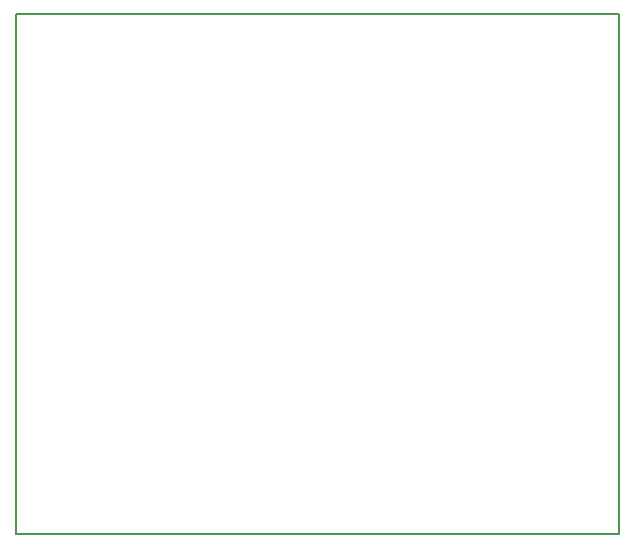
<source format=gbr>
%TF.GenerationSoftware,KiCad,Pcbnew,(5.0.2)-1*%
%TF.CreationDate,2019-02-13T20:03:15+01:00*%
%TF.ProjectId,VGA-Terminal_XT,5647412d-5465-4726-9d69-6e616c5f5854,rev?*%
%TF.SameCoordinates,Original*%
%TF.FileFunction,Profile,NP*%
%FSLAX46Y46*%
G04 Gerber Fmt 4.6, Leading zero omitted, Abs format (unit mm)*
G04 Created by KiCad (PCBNEW (5.0.2)-1) date 13.02.2019 20:03:15*
%MOMM*%
%LPD*%
G01*
G04 APERTURE LIST*
%ADD10C,0.200000*%
G04 APERTURE END LIST*
D10*
X87990000Y-62000000D02*
X138990000Y-62000000D01*
X139000000Y-62000000D02*
X139000000Y-106000000D01*
X88000000Y-106000000D02*
X139000000Y-106000000D01*
X88000000Y-62000000D02*
X88000000Y-106000000D01*
M02*

</source>
